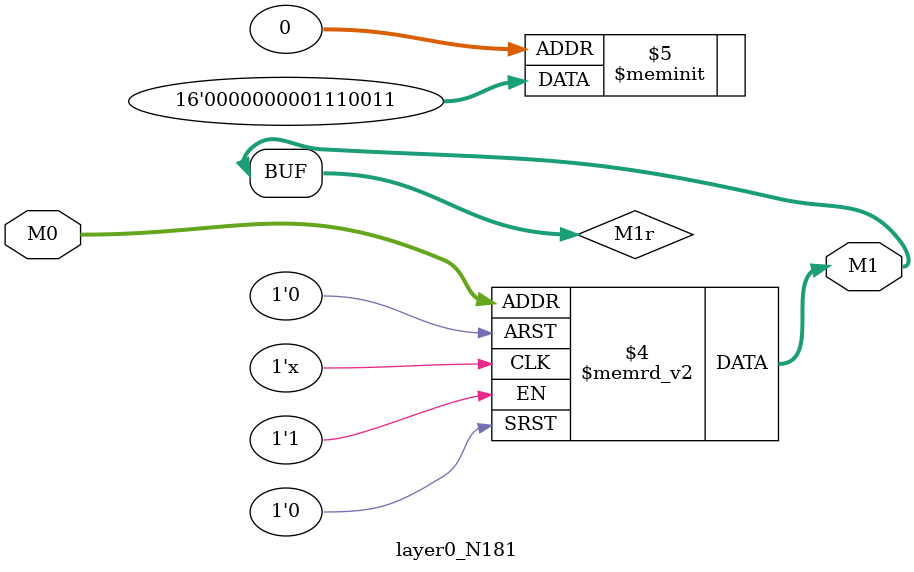
<source format=v>
module layer0_N181 ( input [2:0] M0, output [1:0] M1 );

	(*rom_style = "distributed" *) reg [1:0] M1r;
	assign M1 = M1r;
	always @ (M0) begin
		case (M0)
			3'b000: M1r = 2'b11;
			3'b100: M1r = 2'b00;
			3'b010: M1r = 2'b11;
			3'b110: M1r = 2'b00;
			3'b001: M1r = 2'b00;
			3'b101: M1r = 2'b00;
			3'b011: M1r = 2'b01;
			3'b111: M1r = 2'b00;

		endcase
	end
endmodule

</source>
